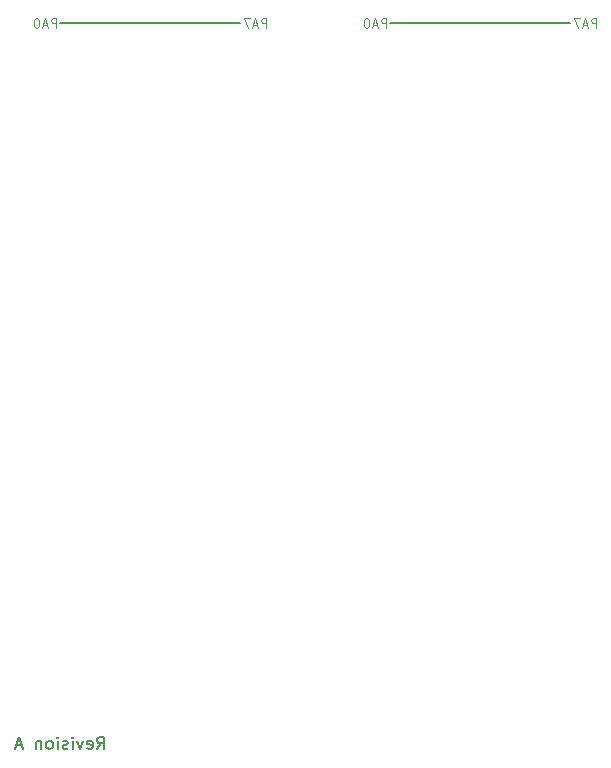
<source format=gbo>
G04 #@! TF.FileFunction,Legend,Bot*
%FSLAX46Y46*%
G04 Gerber Fmt 4.6, Leading zero omitted, Abs format (unit mm)*
G04 Created by KiCad (PCBNEW 4.0.7) date 12/29/19 23:23:20*
%MOMM*%
%LPD*%
G01*
G04 APERTURE LIST*
%ADD10C,0.100000*%
%ADD11C,0.200000*%
%ADD12C,0.150000*%
G04 APERTURE END LIST*
D10*
D11*
X133350000Y-82550000D02*
X148590000Y-82550000D01*
D10*
X133013333Y-82911905D02*
X133013333Y-82111905D01*
X132708571Y-82111905D01*
X132632380Y-82150000D01*
X132594285Y-82188095D01*
X132556190Y-82264286D01*
X132556190Y-82378571D01*
X132594285Y-82454762D01*
X132632380Y-82492857D01*
X132708571Y-82530952D01*
X133013333Y-82530952D01*
X132251428Y-82683333D02*
X131870476Y-82683333D01*
X132327619Y-82911905D02*
X132060952Y-82111905D01*
X131794285Y-82911905D01*
X131375238Y-82111905D02*
X131299047Y-82111905D01*
X131222857Y-82150000D01*
X131184762Y-82188095D01*
X131146666Y-82264286D01*
X131108571Y-82416667D01*
X131108571Y-82607143D01*
X131146666Y-82759524D01*
X131184762Y-82835714D01*
X131222857Y-82873810D01*
X131299047Y-82911905D01*
X131375238Y-82911905D01*
X131451428Y-82873810D01*
X131489524Y-82835714D01*
X131527619Y-82759524D01*
X131565714Y-82607143D01*
X131565714Y-82416667D01*
X131527619Y-82264286D01*
X131489524Y-82188095D01*
X131451428Y-82150000D01*
X131375238Y-82111905D01*
X150793333Y-82911905D02*
X150793333Y-82111905D01*
X150488571Y-82111905D01*
X150412380Y-82150000D01*
X150374285Y-82188095D01*
X150336190Y-82264286D01*
X150336190Y-82378571D01*
X150374285Y-82454762D01*
X150412380Y-82492857D01*
X150488571Y-82530952D01*
X150793333Y-82530952D01*
X150031428Y-82683333D02*
X149650476Y-82683333D01*
X150107619Y-82911905D02*
X149840952Y-82111905D01*
X149574285Y-82911905D01*
X149383809Y-82111905D02*
X148850476Y-82111905D01*
X149193333Y-82911905D01*
D11*
X105410000Y-82550000D02*
X120650000Y-82550000D01*
D10*
X122853333Y-82911905D02*
X122853333Y-82111905D01*
X122548571Y-82111905D01*
X122472380Y-82150000D01*
X122434285Y-82188095D01*
X122396190Y-82264286D01*
X122396190Y-82378571D01*
X122434285Y-82454762D01*
X122472380Y-82492857D01*
X122548571Y-82530952D01*
X122853333Y-82530952D01*
X122091428Y-82683333D02*
X121710476Y-82683333D01*
X122167619Y-82911905D02*
X121900952Y-82111905D01*
X121634285Y-82911905D01*
X121443809Y-82111905D02*
X120910476Y-82111905D01*
X121253333Y-82911905D01*
X105073333Y-82911905D02*
X105073333Y-82111905D01*
X104768571Y-82111905D01*
X104692380Y-82150000D01*
X104654285Y-82188095D01*
X104616190Y-82264286D01*
X104616190Y-82378571D01*
X104654285Y-82454762D01*
X104692380Y-82492857D01*
X104768571Y-82530952D01*
X105073333Y-82530952D01*
X104311428Y-82683333D02*
X103930476Y-82683333D01*
X104387619Y-82911905D02*
X104120952Y-82111905D01*
X103854285Y-82911905D01*
X103435238Y-82111905D02*
X103359047Y-82111905D01*
X103282857Y-82150000D01*
X103244762Y-82188095D01*
X103206666Y-82264286D01*
X103168571Y-82416667D01*
X103168571Y-82607143D01*
X103206666Y-82759524D01*
X103244762Y-82835714D01*
X103282857Y-82873810D01*
X103359047Y-82911905D01*
X103435238Y-82911905D01*
X103511428Y-82873810D01*
X103549524Y-82835714D01*
X103587619Y-82759524D01*
X103625714Y-82607143D01*
X103625714Y-82416667D01*
X103587619Y-82264286D01*
X103549524Y-82188095D01*
X103511428Y-82150000D01*
X103435238Y-82111905D01*
D12*
X108505238Y-143962381D02*
X108838572Y-143486190D01*
X109076667Y-143962381D02*
X109076667Y-142962381D01*
X108695714Y-142962381D01*
X108600476Y-143010000D01*
X108552857Y-143057619D01*
X108505238Y-143152857D01*
X108505238Y-143295714D01*
X108552857Y-143390952D01*
X108600476Y-143438571D01*
X108695714Y-143486190D01*
X109076667Y-143486190D01*
X107695714Y-143914762D02*
X107790952Y-143962381D01*
X107981429Y-143962381D01*
X108076667Y-143914762D01*
X108124286Y-143819524D01*
X108124286Y-143438571D01*
X108076667Y-143343333D01*
X107981429Y-143295714D01*
X107790952Y-143295714D01*
X107695714Y-143343333D01*
X107648095Y-143438571D01*
X107648095Y-143533810D01*
X108124286Y-143629048D01*
X107314762Y-143295714D02*
X107076667Y-143962381D01*
X106838571Y-143295714D01*
X106457619Y-143962381D02*
X106457619Y-143295714D01*
X106457619Y-142962381D02*
X106505238Y-143010000D01*
X106457619Y-143057619D01*
X106410000Y-143010000D01*
X106457619Y-142962381D01*
X106457619Y-143057619D01*
X106029048Y-143914762D02*
X105933810Y-143962381D01*
X105743334Y-143962381D01*
X105648095Y-143914762D01*
X105600476Y-143819524D01*
X105600476Y-143771905D01*
X105648095Y-143676667D01*
X105743334Y-143629048D01*
X105886191Y-143629048D01*
X105981429Y-143581429D01*
X106029048Y-143486190D01*
X106029048Y-143438571D01*
X105981429Y-143343333D01*
X105886191Y-143295714D01*
X105743334Y-143295714D01*
X105648095Y-143343333D01*
X105171905Y-143962381D02*
X105171905Y-143295714D01*
X105171905Y-142962381D02*
X105219524Y-143010000D01*
X105171905Y-143057619D01*
X105124286Y-143010000D01*
X105171905Y-142962381D01*
X105171905Y-143057619D01*
X104552858Y-143962381D02*
X104648096Y-143914762D01*
X104695715Y-143867143D01*
X104743334Y-143771905D01*
X104743334Y-143486190D01*
X104695715Y-143390952D01*
X104648096Y-143343333D01*
X104552858Y-143295714D01*
X104410000Y-143295714D01*
X104314762Y-143343333D01*
X104267143Y-143390952D01*
X104219524Y-143486190D01*
X104219524Y-143771905D01*
X104267143Y-143867143D01*
X104314762Y-143914762D01*
X104410000Y-143962381D01*
X104552858Y-143962381D01*
X103790953Y-143295714D02*
X103790953Y-143962381D01*
X103790953Y-143390952D02*
X103743334Y-143343333D01*
X103648096Y-143295714D01*
X103505238Y-143295714D01*
X103410000Y-143343333D01*
X103362381Y-143438571D01*
X103362381Y-143962381D01*
X102171905Y-143676667D02*
X101695714Y-143676667D01*
X102267143Y-143962381D02*
X101933810Y-142962381D01*
X101600476Y-143962381D01*
M02*

</source>
